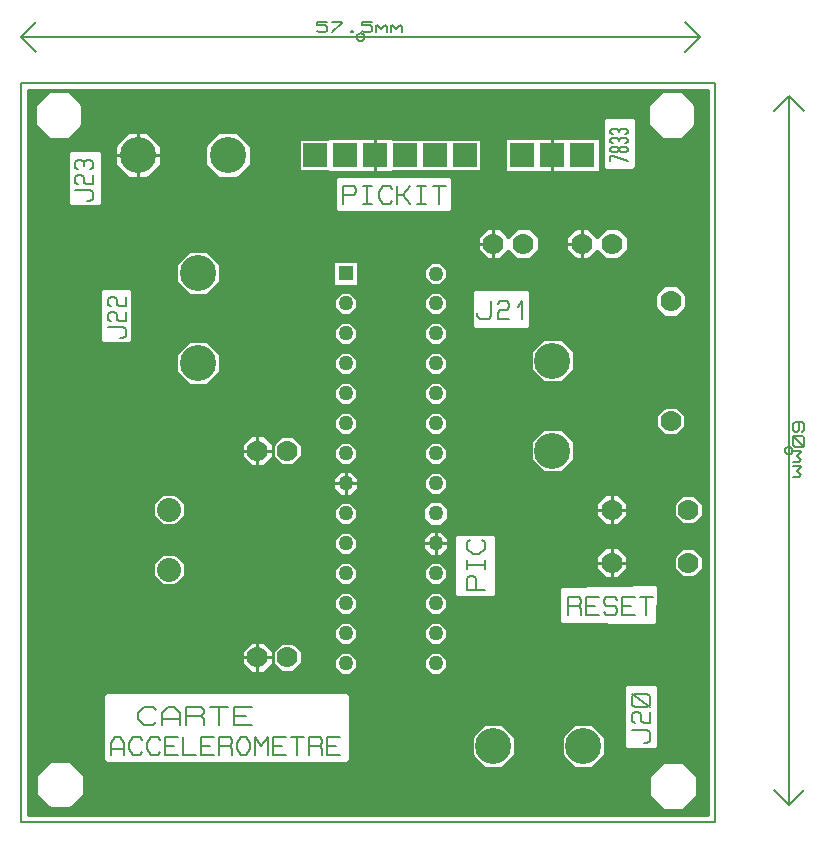
<source format=gbr>
G04 PROTEUS GERBER X2 FILE*
%TF.GenerationSoftware,Labcenter,Proteus,8.12-SP2-Build31155*%
%TF.CreationDate,2022-10-21T14:46:11+00:00*%
%TF.FileFunction,Copper,L1,Top*%
%TF.FilePolarity,Positive*%
%TF.Part,Single*%
%TF.SameCoordinates,{e95fa94a-e835-4d4c-94da-25ea7e6aea94}*%
%FSLAX45Y45*%
%MOMM*%
G01*
%TA.AperFunction,Conductor*%
%ADD10C,0.254000*%
%TA.AperFunction,ComponentPad*%
%ADD11R,1.270000X1.270000*%
%ADD12C,1.270000*%
%TA.AperFunction,ComponentPad*%
%ADD13R,2.032000X2.032000*%
%TA.AperFunction,ComponentPad*%
%ADD14C,1.778000*%
%ADD15C,3.048000*%
%ADD16C,2.032000*%
%TA.AperFunction,Profile*%
%ADD17C,0.203200*%
%TA.AperFunction,NonMaterial*%
%ADD18C,0.203200*%
%TA.AperFunction,NonConductor*%
%ADD19C,0.203200*%
%TD.AperFunction*%
G36*
X+816041Y-1082040D02*
X-4940041Y-1082040D01*
X-4940041Y+5054080D01*
X+816041Y+5054080D01*
X+816041Y-1082040D01*
G37*
%LPC*%
G36*
X-2216980Y-66324D02*
X-2216980Y-623676D01*
X-2236324Y-643020D01*
X-4283676Y-643020D01*
X-4303020Y-623676D01*
X-4303020Y-66324D01*
X-4283676Y-46980D01*
X-2236324Y-46980D01*
X-2216980Y-66324D01*
G37*
G36*
X-976980Y+1273676D02*
X-976980Y+776324D01*
X-996324Y+756980D01*
X-1313676Y+756980D01*
X-1333020Y+776324D01*
X-1333020Y+1273676D01*
X-1313676Y+1293020D01*
X-996324Y+1293020D01*
X-976980Y+1273676D01*
G37*
G36*
X+393503Y+846196D02*
X+382519Y+538643D01*
X+363124Y+520094D01*
X-423885Y+527103D01*
X-443020Y+546410D01*
X-443020Y+836783D01*
X-423978Y+856073D01*
X-410428Y+856249D01*
X+373720Y+866433D01*
X+393503Y+846196D01*
G37*
G36*
X-686980Y+3344676D02*
X-686980Y+3046324D01*
X-706324Y+3026980D01*
X-1163676Y+3026980D01*
X-1183020Y+3046324D01*
X-1183020Y+3344676D01*
X-1163676Y+3364020D01*
X-706324Y+3364020D01*
X-686980Y+3344676D01*
G37*
G36*
X+393020Y+3676D02*
X+393020Y-503676D01*
X+373676Y-523020D01*
X+126324Y-523020D01*
X+106980Y-503676D01*
X+106980Y+3676D01*
X+126324Y+23020D01*
X+373676Y+23020D01*
X+393020Y+3676D01*
G37*
G36*
X+203020Y+4803676D02*
X+203020Y+4396324D01*
X+183676Y+4376980D01*
X-53676Y+4376980D01*
X-73020Y+4396324D01*
X-73020Y+4803676D01*
X-53676Y+4823020D01*
X+183676Y+4823020D01*
X+203020Y+4803676D01*
G37*
G36*
X-1346980Y+4303676D02*
X-1346980Y+4036324D01*
X-1366324Y+4016980D01*
X-2323676Y+4016980D01*
X-2343020Y+4036324D01*
X-2343020Y+4303676D01*
X-2323676Y+4323020D01*
X-1366324Y+4323020D01*
X-1346980Y+4303676D01*
G37*
G36*
X-4316980Y+4523676D02*
X-4316980Y+4086324D01*
X-4336324Y+4066980D01*
X-4583676Y+4066980D01*
X-4603020Y+4086324D01*
X-4603020Y+4523676D01*
X-4583676Y+4543020D01*
X-4336324Y+4543020D01*
X-4316980Y+4523676D01*
G37*
G36*
X-4056980Y+3353676D02*
X-4056980Y+2926324D01*
X-4076324Y+2906980D01*
X-4313676Y+2906980D01*
X-4333020Y+2926324D01*
X-4333020Y+3353676D01*
X-4313676Y+3373020D01*
X-4076324Y+3373020D01*
X-4056980Y+3353676D01*
G37*
G36*
X-4880799Y+4756826D02*
X-4880799Y+4923174D01*
X-4763174Y+5040799D01*
X-4596826Y+5040799D01*
X-4479201Y+4923174D01*
X-4479201Y+4756826D01*
X-4596826Y+4639201D01*
X-4763174Y+4639201D01*
X-4880799Y+4756826D01*
G37*
G36*
X+309201Y+4756826D02*
X+309201Y+4923174D01*
X+426826Y+5040799D01*
X+593174Y+5040799D01*
X+710799Y+4923174D01*
X+710799Y+4756826D01*
X+593174Y+4639201D01*
X+426826Y+4639201D01*
X+309201Y+4756826D01*
G37*
G36*
X+319201Y-923174D02*
X+319201Y-756826D01*
X+436826Y-639201D01*
X+603174Y-639201D01*
X+720799Y-756826D01*
X+720799Y-923174D01*
X+603174Y-1040799D01*
X+436826Y-1040799D01*
X+319201Y-923174D01*
G37*
G36*
X-4870799Y-913174D02*
X-4870799Y-746826D01*
X-4753174Y-629201D01*
X-4586826Y-629201D01*
X-4469201Y-746826D01*
X-4469201Y-913174D01*
X-4586826Y-1030799D01*
X-4753174Y-1030799D01*
X-4870799Y-913174D01*
G37*
G36*
X-2354139Y+3604139D02*
X-2145861Y+3604139D01*
X-2145861Y+3395861D01*
X-2354139Y+3395861D01*
X-2354139Y+3604139D01*
G37*
G36*
X-2346519Y+3206021D02*
X-2346519Y+3285979D01*
X-2289979Y+3342519D01*
X-2210021Y+3342519D01*
X-2153481Y+3285979D01*
X-2153481Y+3206021D01*
X-2210021Y+3149481D01*
X-2289979Y+3149481D01*
X-2346519Y+3206021D01*
G37*
G36*
X-2346519Y+2952021D02*
X-2346519Y+3031979D01*
X-2289979Y+3088519D01*
X-2210021Y+3088519D01*
X-2153481Y+3031979D01*
X-2153481Y+2952021D01*
X-2210021Y+2895481D01*
X-2289979Y+2895481D01*
X-2346519Y+2952021D01*
G37*
G36*
X-2346519Y+2698021D02*
X-2346519Y+2777979D01*
X-2289979Y+2834519D01*
X-2210021Y+2834519D01*
X-2153481Y+2777979D01*
X-2153481Y+2698021D01*
X-2210021Y+2641481D01*
X-2289979Y+2641481D01*
X-2346519Y+2698021D01*
G37*
G36*
X-2346519Y+2444021D02*
X-2346519Y+2523979D01*
X-2289979Y+2580519D01*
X-2210021Y+2580519D01*
X-2153481Y+2523979D01*
X-2153481Y+2444021D01*
X-2210021Y+2387481D01*
X-2289979Y+2387481D01*
X-2346519Y+2444021D01*
G37*
G36*
X-2346519Y+2190021D02*
X-2346519Y+2269979D01*
X-2289979Y+2326519D01*
X-2210021Y+2326519D01*
X-2153481Y+2269979D01*
X-2153481Y+2190021D01*
X-2210021Y+2133481D01*
X-2289979Y+2133481D01*
X-2346519Y+2190021D01*
G37*
G36*
X-2346519Y+1936021D02*
X-2346519Y+2015979D01*
X-2289979Y+2072519D01*
X-2210021Y+2072519D01*
X-2153481Y+2015979D01*
X-2153481Y+1936021D01*
X-2210021Y+1879481D01*
X-2289979Y+1879481D01*
X-2346519Y+1936021D01*
G37*
G36*
X-2356679Y+1677812D02*
X-2356679Y+1766188D01*
X-2294188Y+1828679D01*
X-2205812Y+1828679D01*
X-2143321Y+1766188D01*
X-2143321Y+1677812D01*
X-2205812Y+1615321D01*
X-2294188Y+1615321D01*
X-2356679Y+1677812D01*
G37*
G36*
X-2346519Y+1428021D02*
X-2346519Y+1507979D01*
X-2289979Y+1564519D01*
X-2210021Y+1564519D01*
X-2153481Y+1507979D01*
X-2153481Y+1428021D01*
X-2210021Y+1371481D01*
X-2289979Y+1371481D01*
X-2346519Y+1428021D01*
G37*
G36*
X-2346519Y+1174021D02*
X-2346519Y+1253979D01*
X-2289979Y+1310519D01*
X-2210021Y+1310519D01*
X-2153481Y+1253979D01*
X-2153481Y+1174021D01*
X-2210021Y+1117481D01*
X-2289979Y+1117481D01*
X-2346519Y+1174021D01*
G37*
G36*
X-2346519Y+920021D02*
X-2346519Y+999979D01*
X-2289979Y+1056519D01*
X-2210021Y+1056519D01*
X-2153481Y+999979D01*
X-2153481Y+920021D01*
X-2210021Y+863481D01*
X-2289979Y+863481D01*
X-2346519Y+920021D01*
G37*
G36*
X-2346519Y+666021D02*
X-2346519Y+745979D01*
X-2289979Y+802519D01*
X-2210021Y+802519D01*
X-2153481Y+745979D01*
X-2153481Y+666021D01*
X-2210021Y+609481D01*
X-2289979Y+609481D01*
X-2346519Y+666021D01*
G37*
G36*
X-2346519Y+412021D02*
X-2346519Y+491979D01*
X-2289979Y+548519D01*
X-2210021Y+548519D01*
X-2153481Y+491979D01*
X-2153481Y+412021D01*
X-2210021Y+355481D01*
X-2289979Y+355481D01*
X-2346519Y+412021D01*
G37*
G36*
X-2346519Y+158021D02*
X-2346519Y+237979D01*
X-2289979Y+294519D01*
X-2210021Y+294519D01*
X-2153481Y+237979D01*
X-2153481Y+158021D01*
X-2210021Y+101481D01*
X-2289979Y+101481D01*
X-2346519Y+158021D01*
G37*
G36*
X-1584519Y+158021D02*
X-1584519Y+237979D01*
X-1527979Y+294519D01*
X-1448021Y+294519D01*
X-1391481Y+237979D01*
X-1391481Y+158021D01*
X-1448021Y+101481D01*
X-1527979Y+101481D01*
X-1584519Y+158021D01*
G37*
G36*
X-1584519Y+412021D02*
X-1584519Y+491979D01*
X-1527979Y+548519D01*
X-1448021Y+548519D01*
X-1391481Y+491979D01*
X-1391481Y+412021D01*
X-1448021Y+355481D01*
X-1527979Y+355481D01*
X-1584519Y+412021D01*
G37*
G36*
X-1584519Y+666021D02*
X-1584519Y+745979D01*
X-1527979Y+802519D01*
X-1448021Y+802519D01*
X-1391481Y+745979D01*
X-1391481Y+666021D01*
X-1448021Y+609481D01*
X-1527979Y+609481D01*
X-1584519Y+666021D01*
G37*
G36*
X-1584519Y+920021D02*
X-1584519Y+999979D01*
X-1527979Y+1056519D01*
X-1448021Y+1056519D01*
X-1391481Y+999979D01*
X-1391481Y+920021D01*
X-1448021Y+863481D01*
X-1527979Y+863481D01*
X-1584519Y+920021D01*
G37*
G36*
X-1594679Y+1169812D02*
X-1594679Y+1258188D01*
X-1532188Y+1320679D01*
X-1443812Y+1320679D01*
X-1381321Y+1258188D01*
X-1381321Y+1169812D01*
X-1443812Y+1107321D01*
X-1532188Y+1107321D01*
X-1594679Y+1169812D01*
G37*
G36*
X-1594679Y+1423812D02*
X-1594679Y+1512188D01*
X-1532188Y+1574679D01*
X-1443812Y+1574679D01*
X-1381321Y+1512188D01*
X-1381321Y+1423812D01*
X-1443812Y+1361321D01*
X-1532188Y+1361321D01*
X-1594679Y+1423812D01*
G37*
G36*
X-1584519Y+1682021D02*
X-1584519Y+1761979D01*
X-1527979Y+1818519D01*
X-1448021Y+1818519D01*
X-1391481Y+1761979D01*
X-1391481Y+1682021D01*
X-1448021Y+1625481D01*
X-1527979Y+1625481D01*
X-1584519Y+1682021D01*
G37*
G36*
X-1584519Y+1936021D02*
X-1584519Y+2015979D01*
X-1527979Y+2072519D01*
X-1448021Y+2072519D01*
X-1391481Y+2015979D01*
X-1391481Y+1936021D01*
X-1448021Y+1879481D01*
X-1527979Y+1879481D01*
X-1584519Y+1936021D01*
G37*
G36*
X-1584519Y+2190021D02*
X-1584519Y+2269979D01*
X-1527979Y+2326519D01*
X-1448021Y+2326519D01*
X-1391481Y+2269979D01*
X-1391481Y+2190021D01*
X-1448021Y+2133481D01*
X-1527979Y+2133481D01*
X-1584519Y+2190021D01*
G37*
G36*
X-1584519Y+2444021D02*
X-1584519Y+2523979D01*
X-1527979Y+2580519D01*
X-1448021Y+2580519D01*
X-1391481Y+2523979D01*
X-1391481Y+2444021D01*
X-1448021Y+2387481D01*
X-1527979Y+2387481D01*
X-1584519Y+2444021D01*
G37*
G36*
X-1584519Y+2698021D02*
X-1584519Y+2777979D01*
X-1527979Y+2834519D01*
X-1448021Y+2834519D01*
X-1391481Y+2777979D01*
X-1391481Y+2698021D01*
X-1448021Y+2641481D01*
X-1527979Y+2641481D01*
X-1584519Y+2698021D01*
G37*
G36*
X-1584519Y+2952021D02*
X-1584519Y+3031979D01*
X-1527979Y+3088519D01*
X-1448021Y+3088519D01*
X-1391481Y+3031979D01*
X-1391481Y+2952021D01*
X-1448021Y+2895481D01*
X-1527979Y+2895481D01*
X-1584519Y+2952021D01*
G37*
G36*
X-1584519Y+3206021D02*
X-1584519Y+3285979D01*
X-1527979Y+3342519D01*
X-1448021Y+3342519D01*
X-1391481Y+3285979D01*
X-1391481Y+3206021D01*
X-1448021Y+3149481D01*
X-1527979Y+3149481D01*
X-1584519Y+3206021D01*
G37*
G36*
X-1584519Y+3458021D02*
X-1584519Y+3537979D01*
X-1527979Y+3594519D01*
X-1448021Y+3594519D01*
X-1391481Y+3537979D01*
X-1391481Y+3458021D01*
X-1448021Y+3401481D01*
X-1527979Y+3401481D01*
X-1584519Y+3458021D01*
G37*
G36*
X-101221Y+4355221D02*
X-898779Y+4355221D01*
X-898779Y+4644779D01*
X-101221Y+4644779D01*
X-101221Y+4355221D01*
G37*
G36*
X-613921Y+3804709D02*
X-613921Y+3695291D01*
X-691291Y+3617921D01*
X-800709Y+3617921D01*
X-873000Y+3690212D01*
X-945291Y+3617921D01*
X-1054709Y+3617921D01*
X-1132079Y+3695291D01*
X-1132079Y+3804709D01*
X-1054709Y+3882079D01*
X-945291Y+3882079D01*
X-873000Y+3809788D01*
X-800709Y+3882079D01*
X-691291Y+3882079D01*
X-613921Y+3804709D01*
G37*
G36*
X+136079Y+3804709D02*
X+136079Y+3695291D01*
X+58709Y+3617921D01*
X-50709Y+3617921D01*
X-123000Y+3690212D01*
X-195291Y+3617921D01*
X-304709Y+3617921D01*
X-382079Y+3695291D01*
X-382079Y+3804709D01*
X-304709Y+3882079D01*
X-195291Y+3882079D01*
X-123000Y+3809788D01*
X-50709Y+3882079D01*
X+58709Y+3882079D01*
X+136079Y+3804709D01*
G37*
G36*
X+550501Y+2128081D02*
X+449499Y+2128081D01*
X+378081Y+2199499D01*
X+378081Y+2300501D01*
X+449499Y+2371919D01*
X+550501Y+2371919D01*
X+621919Y+2300501D01*
X+621919Y+2199499D01*
X+550501Y+2128081D01*
G37*
G36*
X+554709Y+3133921D02*
X+445291Y+3133921D01*
X+367921Y+3211291D01*
X+367921Y+3320709D01*
X+445291Y+3398079D01*
X+554709Y+3398079D01*
X+632079Y+3320709D01*
X+632079Y+3211291D01*
X+554709Y+3133921D01*
G37*
G36*
X-132079Y+1445291D02*
X-132079Y+1554709D01*
X-54709Y+1632079D01*
X+54709Y+1632079D01*
X+132079Y+1554709D01*
X+132079Y+1445291D01*
X+54709Y+1367921D01*
X-54709Y+1367921D01*
X-132079Y+1445291D01*
G37*
G36*
X+528081Y+1449499D02*
X+528081Y+1550501D01*
X+599499Y+1621919D01*
X+700501Y+1621919D01*
X+771919Y+1550501D01*
X+771919Y+1449499D01*
X+700501Y+1378081D01*
X+599499Y+1378081D01*
X+528081Y+1449499D01*
G37*
G36*
X+528081Y+999499D02*
X+528081Y+1100501D01*
X+599499Y+1171919D01*
X+700501Y+1171919D01*
X+771919Y+1100501D01*
X+771919Y+999499D01*
X+700501Y+928081D01*
X+599499Y+928081D01*
X+528081Y+999499D01*
G37*
G36*
X-132079Y+995291D02*
X-132079Y+1104709D01*
X-54709Y+1182079D01*
X+54709Y+1182079D01*
X+132079Y+1104709D01*
X+132079Y+995291D01*
X+54709Y+917921D01*
X-54709Y+917921D01*
X-132079Y+995291D01*
G37*
G36*
X-1855221Y+4634619D02*
X-1103381Y+4634619D01*
X-1103381Y+4365381D01*
X-1855221Y+4365381D01*
X-1855221Y+4355221D01*
X-2398779Y+4355221D01*
X-2398779Y+4365381D01*
X-2642619Y+4365381D01*
X-2642619Y+4634619D01*
X-2398779Y+4634619D01*
X-2398779Y+4644779D01*
X-1855221Y+4644779D01*
X-1855221Y+4634619D01*
G37*
G36*
X-3314581Y+3576803D02*
X-3314581Y+3423197D01*
X-3423197Y+3314581D01*
X-3576803Y+3314581D01*
X-3685419Y+3423197D01*
X-3685419Y+3576803D01*
X-3576803Y+3685419D01*
X-3423197Y+3685419D01*
X-3314581Y+3576803D01*
G37*
G36*
X-3314581Y+2814803D02*
X-3314581Y+2661197D01*
X-3423197Y+2552581D01*
X-3576803Y+2552581D01*
X-3685419Y+2661197D01*
X-3685419Y+2814803D01*
X-3576803Y+2923419D01*
X-3423197Y+2923419D01*
X-3314581Y+2814803D01*
G37*
G36*
X-3805761Y+1634619D02*
X-3694239Y+1634619D01*
X-3615381Y+1555761D01*
X-3615381Y+1444239D01*
X-3694239Y+1365381D01*
X-3805761Y+1365381D01*
X-3884619Y+1444239D01*
X-3884619Y+1555761D01*
X-3805761Y+1634619D01*
G37*
G36*
X-3805761Y+1126619D02*
X-3694239Y+1126619D01*
X-3615381Y+1047761D01*
X-3615381Y+936239D01*
X-3694239Y+857381D01*
X-3805761Y+857381D01*
X-3884619Y+936239D01*
X-3884619Y+1047761D01*
X-3805761Y+1126619D01*
G37*
G36*
X-3132079Y+1945291D02*
X-3132079Y+2054709D01*
X-3054709Y+2132079D01*
X-2945291Y+2132079D01*
X-2867921Y+2054709D01*
X-2867921Y+1945291D01*
X-2945291Y+1867921D01*
X-3054709Y+1867921D01*
X-3132079Y+1945291D01*
G37*
G36*
X-2867919Y+1949499D02*
X-2867919Y+2050501D01*
X-2796501Y+2121919D01*
X-2695499Y+2121919D01*
X-2624081Y+2050501D01*
X-2624081Y+1949499D01*
X-2695499Y+1878081D01*
X-2796501Y+1878081D01*
X-2867919Y+1949499D01*
G37*
G36*
X-3132079Y+195291D02*
X-3132079Y+304709D01*
X-3054709Y+382079D01*
X-2945291Y+382079D01*
X-2867921Y+304709D01*
X-2867921Y+195291D01*
X-2945291Y+117921D01*
X-3054709Y+117921D01*
X-3132079Y+195291D01*
G37*
G36*
X-2867919Y+199499D02*
X-2867919Y+300501D01*
X-2796501Y+371919D01*
X-2695499Y+371919D01*
X-2624081Y+300501D01*
X-2624081Y+199499D01*
X-2695499Y+128081D01*
X-2796501Y+128081D01*
X-2867919Y+199499D01*
G37*
G36*
X-1076803Y-314581D02*
X-923197Y-314581D01*
X-814581Y-423197D01*
X-814581Y-576803D01*
X-923197Y-685419D01*
X-1076803Y-685419D01*
X-1185419Y-576803D01*
X-1185419Y-423197D01*
X-1076803Y-314581D01*
G37*
G36*
X-314803Y-314581D02*
X-161197Y-314581D01*
X-52581Y-423197D01*
X-52581Y-576803D01*
X-161197Y-685419D01*
X-314803Y-685419D01*
X-423419Y-576803D01*
X-423419Y-423197D01*
X-314803Y-314581D01*
G37*
G36*
X-3168989Y+4304421D02*
X-3331011Y+4304421D01*
X-3445579Y+4418989D01*
X-3445579Y+4581011D01*
X-3331011Y+4695579D01*
X-3168989Y+4695579D01*
X-3054421Y+4581011D01*
X-3054421Y+4418989D01*
X-3168989Y+4304421D01*
G37*
G36*
X-3930989Y+4304421D02*
X-4093011Y+4304421D01*
X-4207579Y+4418989D01*
X-4207579Y+4581011D01*
X-4093011Y+4695579D01*
X-3930989Y+4695579D01*
X-3816421Y+4581011D01*
X-3816421Y+4418989D01*
X-3930989Y+4304421D01*
G37*
G36*
X-685419Y+1923197D02*
X-685419Y+2076803D01*
X-576803Y+2185419D01*
X-423197Y+2185419D01*
X-314581Y+2076803D01*
X-314581Y+1923197D01*
X-423197Y+1814581D01*
X-576803Y+1814581D01*
X-685419Y+1923197D01*
G37*
G36*
X-685419Y+2685197D02*
X-685419Y+2838803D01*
X-576803Y+2947419D01*
X-423197Y+2947419D01*
X-314581Y+2838803D01*
X-314581Y+2685197D01*
X-423197Y+2576581D01*
X-576803Y+2576581D01*
X-685419Y+2685197D01*
G37*
%LPD*%
D10*
X+816041Y-1082040D02*
X-4940041Y-1082040D01*
X-4940041Y+5054080D01*
X+816041Y+5054080D01*
X+816041Y-1082040D01*
X-2216980Y-66324D02*
X-2216980Y-623676D01*
X-2236324Y-643020D01*
X-4283676Y-643020D01*
X-4303020Y-623676D01*
X-4303020Y-66324D01*
X-4283676Y-46980D01*
X-2236324Y-46980D01*
X-2216980Y-66324D01*
X-976980Y+1273676D02*
X-976980Y+776324D01*
X-996324Y+756980D01*
X-1313676Y+756980D01*
X-1333020Y+776324D01*
X-1333020Y+1273676D01*
X-1313676Y+1293020D01*
X-996324Y+1293020D01*
X-976980Y+1273676D01*
X+393503Y+846196D02*
X+382519Y+538643D01*
X+363124Y+520094D01*
X-423885Y+527103D01*
X-443020Y+546410D01*
X-443020Y+836783D01*
X-423978Y+856073D01*
X-410428Y+856249D01*
X+373720Y+866433D01*
X+393503Y+846196D01*
X-686980Y+3344676D02*
X-686980Y+3046324D01*
X-706324Y+3026980D01*
X-1163676Y+3026980D01*
X-1183020Y+3046324D01*
X-1183020Y+3344676D01*
X-1163676Y+3364020D01*
X-706324Y+3364020D01*
X-686980Y+3344676D01*
X+393020Y+3676D02*
X+393020Y-503676D01*
X+373676Y-523020D01*
X+126324Y-523020D01*
X+106980Y-503676D01*
X+106980Y+3676D01*
X+126324Y+23020D01*
X+373676Y+23020D01*
X+393020Y+3676D01*
X+203020Y+4803676D02*
X+203020Y+4396324D01*
X+183676Y+4376980D01*
X-53676Y+4376980D01*
X-73020Y+4396324D01*
X-73020Y+4803676D01*
X-53676Y+4823020D01*
X+183676Y+4823020D01*
X+203020Y+4803676D01*
X-1346980Y+4303676D02*
X-1346980Y+4036324D01*
X-1366324Y+4016980D01*
X-2323676Y+4016980D01*
X-2343020Y+4036324D01*
X-2343020Y+4303676D01*
X-2323676Y+4323020D01*
X-1366324Y+4323020D01*
X-1346980Y+4303676D01*
X-4316980Y+4523676D02*
X-4316980Y+4086324D01*
X-4336324Y+4066980D01*
X-4583676Y+4066980D01*
X-4603020Y+4086324D01*
X-4603020Y+4523676D01*
X-4583676Y+4543020D01*
X-4336324Y+4543020D01*
X-4316980Y+4523676D01*
X-4056980Y+3353676D02*
X-4056980Y+2926324D01*
X-4076324Y+2906980D01*
X-4313676Y+2906980D01*
X-4333020Y+2926324D01*
X-4333020Y+3353676D01*
X-4313676Y+3373020D01*
X-4076324Y+3373020D01*
X-4056980Y+3353676D01*
X-4880799Y+4756826D02*
X-4880799Y+4923174D01*
X-4763174Y+5040799D01*
X-4596826Y+5040799D01*
X-4479201Y+4923174D01*
X-4479201Y+4756826D01*
X-4596826Y+4639201D01*
X-4763174Y+4639201D01*
X-4880799Y+4756826D01*
X+309201Y+4756826D02*
X+309201Y+4923174D01*
X+426826Y+5040799D01*
X+593174Y+5040799D01*
X+710799Y+4923174D01*
X+710799Y+4756826D01*
X+593174Y+4639201D01*
X+426826Y+4639201D01*
X+309201Y+4756826D01*
X+319201Y-923174D02*
X+319201Y-756826D01*
X+436826Y-639201D01*
X+603174Y-639201D01*
X+720799Y-756826D01*
X+720799Y-923174D01*
X+603174Y-1040799D01*
X+436826Y-1040799D01*
X+319201Y-923174D01*
X-4870799Y-913174D02*
X-4870799Y-746826D01*
X-4753174Y-629201D01*
X-4586826Y-629201D01*
X-4469201Y-746826D01*
X-4469201Y-913174D01*
X-4586826Y-1030799D01*
X-4753174Y-1030799D01*
X-4870799Y-913174D01*
X-2354139Y+3604139D02*
X-2145861Y+3604139D01*
X-2145861Y+3395861D01*
X-2354139Y+3395861D01*
X-2354139Y+3604139D01*
X-2346519Y+3206021D02*
X-2346519Y+3285979D01*
X-2289979Y+3342519D01*
X-2210021Y+3342519D01*
X-2153481Y+3285979D01*
X-2153481Y+3206021D01*
X-2210021Y+3149481D01*
X-2289979Y+3149481D01*
X-2346519Y+3206021D01*
X-2346519Y+2952021D02*
X-2346519Y+3031979D01*
X-2289979Y+3088519D01*
X-2210021Y+3088519D01*
X-2153481Y+3031979D01*
X-2153481Y+2952021D01*
X-2210021Y+2895481D01*
X-2289979Y+2895481D01*
X-2346519Y+2952021D01*
X-2346519Y+2698021D02*
X-2346519Y+2777979D01*
X-2289979Y+2834519D01*
X-2210021Y+2834519D01*
X-2153481Y+2777979D01*
X-2153481Y+2698021D01*
X-2210021Y+2641481D01*
X-2289979Y+2641481D01*
X-2346519Y+2698021D01*
X-2346519Y+2444021D02*
X-2346519Y+2523979D01*
X-2289979Y+2580519D01*
X-2210021Y+2580519D01*
X-2153481Y+2523979D01*
X-2153481Y+2444021D01*
X-2210021Y+2387481D01*
X-2289979Y+2387481D01*
X-2346519Y+2444021D01*
X-2346519Y+2190021D02*
X-2346519Y+2269979D01*
X-2289979Y+2326519D01*
X-2210021Y+2326519D01*
X-2153481Y+2269979D01*
X-2153481Y+2190021D01*
X-2210021Y+2133481D01*
X-2289979Y+2133481D01*
X-2346519Y+2190021D01*
X-2346519Y+1936021D02*
X-2346519Y+2015979D01*
X-2289979Y+2072519D01*
X-2210021Y+2072519D01*
X-2153481Y+2015979D01*
X-2153481Y+1936021D01*
X-2210021Y+1879481D01*
X-2289979Y+1879481D01*
X-2346519Y+1936021D01*
X-2356679Y+1677812D02*
X-2356679Y+1766188D01*
X-2294188Y+1828679D01*
X-2205812Y+1828679D01*
X-2143321Y+1766188D01*
X-2143321Y+1677812D01*
X-2205812Y+1615321D01*
X-2294188Y+1615321D01*
X-2356679Y+1677812D01*
X-2346519Y+1428021D02*
X-2346519Y+1507979D01*
X-2289979Y+1564519D01*
X-2210021Y+1564519D01*
X-2153481Y+1507979D01*
X-2153481Y+1428021D01*
X-2210021Y+1371481D01*
X-2289979Y+1371481D01*
X-2346519Y+1428021D01*
X-2346519Y+1174021D02*
X-2346519Y+1253979D01*
X-2289979Y+1310519D01*
X-2210021Y+1310519D01*
X-2153481Y+1253979D01*
X-2153481Y+1174021D01*
X-2210021Y+1117481D01*
X-2289979Y+1117481D01*
X-2346519Y+1174021D01*
X-2346519Y+920021D02*
X-2346519Y+999979D01*
X-2289979Y+1056519D01*
X-2210021Y+1056519D01*
X-2153481Y+999979D01*
X-2153481Y+920021D01*
X-2210021Y+863481D01*
X-2289979Y+863481D01*
X-2346519Y+920021D01*
X-2346519Y+666021D02*
X-2346519Y+745979D01*
X-2289979Y+802519D01*
X-2210021Y+802519D01*
X-2153481Y+745979D01*
X-2153481Y+666021D01*
X-2210021Y+609481D01*
X-2289979Y+609481D01*
X-2346519Y+666021D01*
X-2346519Y+412021D02*
X-2346519Y+491979D01*
X-2289979Y+548519D01*
X-2210021Y+548519D01*
X-2153481Y+491979D01*
X-2153481Y+412021D01*
X-2210021Y+355481D01*
X-2289979Y+355481D01*
X-2346519Y+412021D01*
X-2346519Y+158021D02*
X-2346519Y+237979D01*
X-2289979Y+294519D01*
X-2210021Y+294519D01*
X-2153481Y+237979D01*
X-2153481Y+158021D01*
X-2210021Y+101481D01*
X-2289979Y+101481D01*
X-2346519Y+158021D01*
X-1584519Y+158021D02*
X-1584519Y+237979D01*
X-1527979Y+294519D01*
X-1448021Y+294519D01*
X-1391481Y+237979D01*
X-1391481Y+158021D01*
X-1448021Y+101481D01*
X-1527979Y+101481D01*
X-1584519Y+158021D01*
X-1584519Y+412021D02*
X-1584519Y+491979D01*
X-1527979Y+548519D01*
X-1448021Y+548519D01*
X-1391481Y+491979D01*
X-1391481Y+412021D01*
X-1448021Y+355481D01*
X-1527979Y+355481D01*
X-1584519Y+412021D01*
X-1584519Y+666021D02*
X-1584519Y+745979D01*
X-1527979Y+802519D01*
X-1448021Y+802519D01*
X-1391481Y+745979D01*
X-1391481Y+666021D01*
X-1448021Y+609481D01*
X-1527979Y+609481D01*
X-1584519Y+666021D01*
X-1584519Y+920021D02*
X-1584519Y+999979D01*
X-1527979Y+1056519D01*
X-1448021Y+1056519D01*
X-1391481Y+999979D01*
X-1391481Y+920021D01*
X-1448021Y+863481D01*
X-1527979Y+863481D01*
X-1584519Y+920021D01*
X-1594679Y+1169812D02*
X-1594679Y+1258188D01*
X-1532188Y+1320679D01*
X-1443812Y+1320679D01*
X-1381321Y+1258188D01*
X-1381321Y+1169812D01*
X-1443812Y+1107321D01*
X-1532188Y+1107321D01*
X-1594679Y+1169812D01*
X-1594679Y+1423812D02*
X-1594679Y+1512188D01*
X-1532188Y+1574679D01*
X-1443812Y+1574679D01*
X-1381321Y+1512188D01*
X-1381321Y+1423812D01*
X-1443812Y+1361321D01*
X-1532188Y+1361321D01*
X-1594679Y+1423812D01*
X-1584519Y+1682021D02*
X-1584519Y+1761979D01*
X-1527979Y+1818519D01*
X-1448021Y+1818519D01*
X-1391481Y+1761979D01*
X-1391481Y+1682021D01*
X-1448021Y+1625481D01*
X-1527979Y+1625481D01*
X-1584519Y+1682021D01*
X-1584519Y+1936021D02*
X-1584519Y+2015979D01*
X-1527979Y+2072519D01*
X-1448021Y+2072519D01*
X-1391481Y+2015979D01*
X-1391481Y+1936021D01*
X-1448021Y+1879481D01*
X-1527979Y+1879481D01*
X-1584519Y+1936021D01*
X-1584519Y+2190021D02*
X-1584519Y+2269979D01*
X-1527979Y+2326519D01*
X-1448021Y+2326519D01*
X-1391481Y+2269979D01*
X-1391481Y+2190021D01*
X-1448021Y+2133481D01*
X-1527979Y+2133481D01*
X-1584519Y+2190021D01*
X-1584519Y+2444021D02*
X-1584519Y+2523979D01*
X-1527979Y+2580519D01*
X-1448021Y+2580519D01*
X-1391481Y+2523979D01*
X-1391481Y+2444021D01*
X-1448021Y+2387481D01*
X-1527979Y+2387481D01*
X-1584519Y+2444021D01*
X-1584519Y+2698021D02*
X-1584519Y+2777979D01*
X-1527979Y+2834519D01*
X-1448021Y+2834519D01*
X-1391481Y+2777979D01*
X-1391481Y+2698021D01*
X-1448021Y+2641481D01*
X-1527979Y+2641481D01*
X-1584519Y+2698021D01*
X-1584519Y+2952021D02*
X-1584519Y+3031979D01*
X-1527979Y+3088519D01*
X-1448021Y+3088519D01*
X-1391481Y+3031979D01*
X-1391481Y+2952021D01*
X-1448021Y+2895481D01*
X-1527979Y+2895481D01*
X-1584519Y+2952021D01*
X-1584519Y+3206021D02*
X-1584519Y+3285979D01*
X-1527979Y+3342519D01*
X-1448021Y+3342519D01*
X-1391481Y+3285979D01*
X-1391481Y+3206021D01*
X-1448021Y+3149481D01*
X-1527979Y+3149481D01*
X-1584519Y+3206021D01*
X-1584519Y+3458021D02*
X-1584519Y+3537979D01*
X-1527979Y+3594519D01*
X-1448021Y+3594519D01*
X-1391481Y+3537979D01*
X-1391481Y+3458021D01*
X-1448021Y+3401481D01*
X-1527979Y+3401481D01*
X-1584519Y+3458021D01*
X-101221Y+4355221D02*
X-898779Y+4355221D01*
X-898779Y+4644779D01*
X-101221Y+4644779D01*
X-101221Y+4355221D01*
X-613921Y+3804709D02*
X-613921Y+3695291D01*
X-691291Y+3617921D01*
X-800709Y+3617921D01*
X-873000Y+3690212D01*
X-945291Y+3617921D01*
X-1054709Y+3617921D01*
X-1132079Y+3695291D01*
X-1132079Y+3804709D01*
X-1054709Y+3882079D01*
X-945291Y+3882079D01*
X-873000Y+3809788D01*
X-800709Y+3882079D01*
X-691291Y+3882079D01*
X-613921Y+3804709D01*
X+136079Y+3804709D02*
X+136079Y+3695291D01*
X+58709Y+3617921D01*
X-50709Y+3617921D01*
X-123000Y+3690212D01*
X-195291Y+3617921D01*
X-304709Y+3617921D01*
X-382079Y+3695291D01*
X-382079Y+3804709D01*
X-304709Y+3882079D01*
X-195291Y+3882079D01*
X-123000Y+3809788D01*
X-50709Y+3882079D01*
X+58709Y+3882079D01*
X+136079Y+3804709D01*
X+550501Y+2128081D02*
X+449499Y+2128081D01*
X+378081Y+2199499D01*
X+378081Y+2300501D01*
X+449499Y+2371919D01*
X+550501Y+2371919D01*
X+621919Y+2300501D01*
X+621919Y+2199499D01*
X+550501Y+2128081D01*
X+554709Y+3133921D02*
X+445291Y+3133921D01*
X+367921Y+3211291D01*
X+367921Y+3320709D01*
X+445291Y+3398079D01*
X+554709Y+3398079D01*
X+632079Y+3320709D01*
X+632079Y+3211291D01*
X+554709Y+3133921D01*
X-132079Y+1445291D02*
X-132079Y+1554709D01*
X-54709Y+1632079D01*
X+54709Y+1632079D01*
X+132079Y+1554709D01*
X+132079Y+1445291D01*
X+54709Y+1367921D01*
X-54709Y+1367921D01*
X-132079Y+1445291D01*
X+528081Y+1449499D02*
X+528081Y+1550501D01*
X+599499Y+1621919D01*
X+700501Y+1621919D01*
X+771919Y+1550501D01*
X+771919Y+1449499D01*
X+700501Y+1378081D01*
X+599499Y+1378081D01*
X+528081Y+1449499D01*
X+528081Y+999499D02*
X+528081Y+1100501D01*
X+599499Y+1171919D01*
X+700501Y+1171919D01*
X+771919Y+1100501D01*
X+771919Y+999499D01*
X+700501Y+928081D01*
X+599499Y+928081D01*
X+528081Y+999499D01*
X-132079Y+995291D02*
X-132079Y+1104709D01*
X-54709Y+1182079D01*
X+54709Y+1182079D01*
X+132079Y+1104709D01*
X+132079Y+995291D01*
X+54709Y+917921D01*
X-54709Y+917921D01*
X-132079Y+995291D01*
X-1855221Y+4634619D02*
X-1103381Y+4634619D01*
X-1103381Y+4365381D01*
X-1855221Y+4365381D01*
X-1855221Y+4355221D01*
X-2398779Y+4355221D01*
X-2398779Y+4365381D01*
X-2642619Y+4365381D01*
X-2642619Y+4634619D01*
X-2398779Y+4634619D01*
X-2398779Y+4644779D01*
X-1855221Y+4644779D01*
X-1855221Y+4634619D01*
X-3314581Y+3576803D02*
X-3314581Y+3423197D01*
X-3423197Y+3314581D01*
X-3576803Y+3314581D01*
X-3685419Y+3423197D01*
X-3685419Y+3576803D01*
X-3576803Y+3685419D01*
X-3423197Y+3685419D01*
X-3314581Y+3576803D01*
X-3314581Y+2814803D02*
X-3314581Y+2661197D01*
X-3423197Y+2552581D01*
X-3576803Y+2552581D01*
X-3685419Y+2661197D01*
X-3685419Y+2814803D01*
X-3576803Y+2923419D01*
X-3423197Y+2923419D01*
X-3314581Y+2814803D01*
X-3805761Y+1634619D02*
X-3694239Y+1634619D01*
X-3615381Y+1555761D01*
X-3615381Y+1444239D01*
X-3694239Y+1365381D01*
X-3805761Y+1365381D01*
X-3884619Y+1444239D01*
X-3884619Y+1555761D01*
X-3805761Y+1634619D01*
X-3805761Y+1126619D02*
X-3694239Y+1126619D01*
X-3615381Y+1047761D01*
X-3615381Y+936239D01*
X-3694239Y+857381D01*
X-3805761Y+857381D01*
X-3884619Y+936239D01*
X-3884619Y+1047761D01*
X-3805761Y+1126619D01*
X-3132079Y+1945291D02*
X-3132079Y+2054709D01*
X-3054709Y+2132079D01*
X-2945291Y+2132079D01*
X-2867921Y+2054709D01*
X-2867921Y+1945291D01*
X-2945291Y+1867921D01*
X-3054709Y+1867921D01*
X-3132079Y+1945291D01*
X-2867919Y+1949499D02*
X-2867919Y+2050501D01*
X-2796501Y+2121919D01*
X-2695499Y+2121919D01*
X-2624081Y+2050501D01*
X-2624081Y+1949499D01*
X-2695499Y+1878081D01*
X-2796501Y+1878081D01*
X-2867919Y+1949499D01*
X-3132079Y+195291D02*
X-3132079Y+304709D01*
X-3054709Y+382079D01*
X-2945291Y+382079D01*
X-2867921Y+304709D01*
X-2867921Y+195291D01*
X-2945291Y+117921D01*
X-3054709Y+117921D01*
X-3132079Y+195291D01*
X-2867919Y+199499D02*
X-2867919Y+300501D01*
X-2796501Y+371919D01*
X-2695499Y+371919D01*
X-2624081Y+300501D01*
X-2624081Y+199499D01*
X-2695499Y+128081D01*
X-2796501Y+128081D01*
X-2867919Y+199499D01*
X-1076803Y-314581D02*
X-923197Y-314581D01*
X-814581Y-423197D01*
X-814581Y-576803D01*
X-923197Y-685419D01*
X-1076803Y-685419D01*
X-1185419Y-576803D01*
X-1185419Y-423197D01*
X-1076803Y-314581D01*
X-314803Y-314581D02*
X-161197Y-314581D01*
X-52581Y-423197D01*
X-52581Y-576803D01*
X-161197Y-685419D01*
X-314803Y-685419D01*
X-423419Y-576803D01*
X-423419Y-423197D01*
X-314803Y-314581D01*
X-3168989Y+4304421D02*
X-3331011Y+4304421D01*
X-3445579Y+4418989D01*
X-3445579Y+4581011D01*
X-3331011Y+4695579D01*
X-3168989Y+4695579D01*
X-3054421Y+4581011D01*
X-3054421Y+4418989D01*
X-3168989Y+4304421D01*
X-3930989Y+4304421D02*
X-4093011Y+4304421D01*
X-4207579Y+4418989D01*
X-4207579Y+4581011D01*
X-4093011Y+4695579D01*
X-3930989Y+4695579D01*
X-3816421Y+4581011D01*
X-3816421Y+4418989D01*
X-3930989Y+4304421D01*
X-685419Y+1923197D02*
X-685419Y+2076803D01*
X-576803Y+2185419D01*
X-423197Y+2185419D01*
X-314581Y+2076803D01*
X-314581Y+1923197D01*
X-423197Y+1814581D01*
X-576803Y+1814581D01*
X-685419Y+1923197D01*
X-685419Y+2685197D02*
X-685419Y+2838803D01*
X-576803Y+2947419D01*
X-423197Y+2947419D01*
X-314581Y+2838803D01*
X-314581Y+2685197D01*
X-423197Y+2576581D01*
X-576803Y+2576581D01*
X-685419Y+2685197D01*
X-2356679Y+1722000D02*
X-2250000Y+1722000D01*
X-2143321Y+1722000D02*
X-2250000Y+1722000D01*
X-2250000Y+1615321D02*
X-2250000Y+1722000D01*
X-2250000Y+1828679D02*
X-2250000Y+1722000D01*
X-1594679Y+1214000D02*
X-1488000Y+1214000D01*
X-1381321Y+1214000D02*
X-1488000Y+1214000D01*
X-1488000Y+1107321D02*
X-1488000Y+1214000D01*
X-1488000Y+1320679D02*
X-1488000Y+1214000D01*
X-500000Y+4355221D02*
X-500000Y+4500000D01*
X-500000Y+4644779D02*
X-500000Y+4500000D01*
X-1132079Y+3750000D02*
X-1000000Y+3750000D01*
X-1000000Y+3617921D02*
X-1000000Y+3750000D01*
X-1000000Y+3882079D02*
X-1000000Y+3750000D01*
X-382079Y+3750000D02*
X-250000Y+3750000D01*
X-250000Y+3617921D02*
X-250000Y+3750000D01*
X-250000Y+3882079D02*
X-250000Y+3750000D01*
X-132079Y+1500000D02*
X+0Y+1500000D01*
X+132079Y+1500000D02*
X+0Y+1500000D01*
X+0Y+1367921D02*
X+0Y+1500000D01*
X+0Y+1632079D02*
X+0Y+1500000D01*
X-132079Y+1050000D02*
X+0Y+1050000D01*
X+132079Y+1050000D02*
X+0Y+1050000D01*
X+0Y+917921D02*
X+0Y+1050000D01*
X+0Y+1182079D02*
X+0Y+1050000D01*
X-2000000Y+4355221D02*
X-2000000Y+4500000D01*
X-2000000Y+4644779D02*
X-2000000Y+4500000D01*
X-3132079Y+2000000D02*
X-3000000Y+2000000D01*
X-2867921Y+2000000D02*
X-3000000Y+2000000D01*
X-3000000Y+1867921D02*
X-3000000Y+2000000D01*
X-3000000Y+2132079D02*
X-3000000Y+2000000D01*
X-3132079Y+250000D02*
X-3000000Y+250000D01*
X-2867921Y+250000D02*
X-3000000Y+250000D01*
X-3000000Y+117921D02*
X-3000000Y+250000D01*
X-3000000Y+382079D02*
X-3000000Y+250000D01*
X-4012000Y+4304421D02*
X-4012000Y+4500000D01*
X-4012000Y+4695579D02*
X-4012000Y+4500000D01*
X-3816421Y+4500000D02*
X-4012000Y+4500000D01*
X-4207579Y+4500000D02*
X-4012000Y+4500000D01*
D11*
X-2250000Y+3500000D03*
D12*
X-2250000Y+3246000D03*
X-2250000Y+2992000D03*
X-2250000Y+2738000D03*
X-2250000Y+2484000D03*
X-2250000Y+2230000D03*
X-2250000Y+1976000D03*
X-2250000Y+1722000D03*
X-2250000Y+1468000D03*
X-2250000Y+1214000D03*
X-2250000Y+960000D03*
X-2250000Y+706000D03*
X-2250000Y+452000D03*
X-2250000Y+198000D03*
X-1488000Y+198000D03*
X-1488000Y+452000D03*
X-1488000Y+706000D03*
X-1488000Y+960000D03*
X-1488000Y+1214000D03*
X-1488000Y+1468000D03*
X-1488000Y+1722000D03*
X-1488000Y+1976000D03*
X-1488000Y+2230000D03*
X-1488000Y+2484000D03*
X-1488000Y+2738000D03*
X-1488000Y+2992000D03*
X-1488000Y+3246000D03*
X-1488000Y+3498000D03*
D13*
X-754000Y+4500000D03*
X-500000Y+4500000D03*
X-246000Y+4500000D03*
D14*
X-1000000Y+3750000D03*
X-746000Y+3750000D03*
X-250000Y+3750000D03*
X+4000Y+3750000D03*
X+500000Y+2250000D03*
X+500000Y+3266000D03*
X+0Y+1500000D03*
X+650000Y+1500000D03*
X+650000Y+1050000D03*
X+0Y+1050000D03*
D13*
X-2508000Y+4500000D03*
X-2254000Y+4500000D03*
X-2000000Y+4500000D03*
X-1746000Y+4500000D03*
X-1492000Y+4500000D03*
X-1238000Y+4500000D03*
D15*
X-3500000Y+3500000D03*
X-3500000Y+2738000D03*
D16*
X-3750000Y+1500000D03*
X-3750000Y+992000D03*
D14*
X-3000000Y+2000000D03*
X-2746000Y+2000000D03*
X-3000000Y+250000D03*
X-2746000Y+250000D03*
D15*
X-1000000Y-500000D03*
X-238000Y-500000D03*
X-3250000Y+4500000D03*
X-4012000Y+4500000D03*
X-500000Y+2000000D03*
X-500000Y+2762000D03*
D17*
X-5001000Y-1143000D02*
X+877000Y-1143000D01*
X+877000Y+5115040D01*
X-5001000Y+5115040D01*
X-5001000Y-1143000D01*
D18*
X-5000000Y+5500000D02*
X+750000Y+5500000D01*
X-5000000Y+5500000D02*
X-4873000Y+5373000D01*
X-5000000Y+5500000D02*
X-4873000Y+5627000D01*
X+750000Y+5500000D02*
X+623000Y+5627000D01*
X+750000Y+5500000D02*
X+623000Y+5373000D01*
X-2093250Y+5500000D02*
X-2093359Y+5502634D01*
X-2094249Y+5507903D01*
X-2096111Y+5513172D01*
X-2099154Y+5518441D01*
X-2103809Y+5523643D01*
X-2109078Y+5527469D01*
X-2114347Y+5529909D01*
X-2119616Y+5531290D01*
X-2124885Y+5531750D01*
X-2125000Y+5531750D01*
X-2156750Y+5500000D02*
X-2156641Y+5502634D01*
X-2155751Y+5507903D01*
X-2153889Y+5513172D01*
X-2150846Y+5518441D01*
X-2146191Y+5523643D01*
X-2140922Y+5527469D01*
X-2135653Y+5529909D01*
X-2130384Y+5531290D01*
X-2125115Y+5531750D01*
X-2125000Y+5531750D01*
X-2156750Y+5500000D02*
X-2156641Y+5497366D01*
X-2155751Y+5492097D01*
X-2153889Y+5486828D01*
X-2150846Y+5481559D01*
X-2146191Y+5476357D01*
X-2140922Y+5472531D01*
X-2135653Y+5470091D01*
X-2130384Y+5468710D01*
X-2125115Y+5468250D01*
X-2125000Y+5468250D01*
X-2093250Y+5500000D02*
X-2093359Y+5497366D01*
X-2094249Y+5492097D01*
X-2096111Y+5486828D01*
X-2099154Y+5481559D01*
X-2103809Y+5476357D01*
X-2109078Y+5472531D01*
X-2114347Y+5470091D01*
X-2119616Y+5468710D01*
X-2124885Y+5468250D01*
X-2125000Y+5468250D01*
X-2410750Y+5632080D02*
X-2490125Y+5632080D01*
X-2490125Y+5601600D01*
X-2426625Y+5601600D01*
X-2410750Y+5586360D01*
X-2410750Y+5555880D01*
X-2426625Y+5540640D01*
X-2474250Y+5540640D01*
X-2490125Y+5555880D01*
X-2363125Y+5632080D02*
X-2283750Y+5632080D01*
X-2283750Y+5616840D01*
X-2363125Y+5540640D01*
X-2204375Y+5555880D02*
X-2188500Y+5555880D01*
X-2188500Y+5540640D01*
X-2204375Y+5540640D01*
X-2204375Y+5555880D01*
X-2029750Y+5632080D02*
X-2109125Y+5632080D01*
X-2109125Y+5601600D01*
X-2045625Y+5601600D01*
X-2029750Y+5586360D01*
X-2029750Y+5555880D01*
X-2045625Y+5540640D01*
X-2093250Y+5540640D01*
X-2109125Y+5555880D01*
X-1998000Y+5540640D02*
X-1998000Y+5601600D01*
X-1998000Y+5586360D02*
X-1982125Y+5601600D01*
X-1950375Y+5571120D01*
X-1918625Y+5601600D01*
X-1902750Y+5586360D01*
X-1902750Y+5540640D01*
X-1871000Y+5540640D02*
X-1871000Y+5601600D01*
X-1871000Y+5586360D02*
X-1855125Y+5601600D01*
X-1823375Y+5571120D01*
X-1791625Y+5601600D01*
X-1775750Y+5586360D01*
X-1775750Y+5540640D01*
X+1500000Y+5000000D02*
X+1500000Y-1000000D01*
X+1500000Y+5000000D02*
X+1373000Y+4873000D01*
X+1500000Y+5000000D02*
X+1627000Y+4873000D01*
X+1500000Y-1000000D02*
X+1627000Y-873000D01*
X+1500000Y-1000000D02*
X+1373000Y-873000D01*
X+1531750Y+2000000D02*
X+1531641Y+2002634D01*
X+1530751Y+2007903D01*
X+1528889Y+2013172D01*
X+1525846Y+2018441D01*
X+1521191Y+2023643D01*
X+1515922Y+2027469D01*
X+1510653Y+2029909D01*
X+1505384Y+2031290D01*
X+1500115Y+2031750D01*
X+1500000Y+2031750D01*
X+1468250Y+2000000D02*
X+1468359Y+2002634D01*
X+1469249Y+2007903D01*
X+1471111Y+2013172D01*
X+1474154Y+2018441D01*
X+1478809Y+2023643D01*
X+1484078Y+2027469D01*
X+1489347Y+2029909D01*
X+1494616Y+2031290D01*
X+1499885Y+2031750D01*
X+1500000Y+2031750D01*
X+1468250Y+2000000D02*
X+1468359Y+1997366D01*
X+1469249Y+1992097D01*
X+1471111Y+1986828D01*
X+1474154Y+1981559D01*
X+1478809Y+1976357D01*
X+1484078Y+1972531D01*
X+1489347Y+1970091D01*
X+1494616Y+1968710D01*
X+1499885Y+1968250D01*
X+1500000Y+1968250D01*
X+1531750Y+2000000D02*
X+1531641Y+1997366D01*
X+1530751Y+1992097D01*
X+1528889Y+1986828D01*
X+1525846Y+1981559D01*
X+1521191Y+1976357D01*
X+1515922Y+1972531D01*
X+1510653Y+1970091D01*
X+1505384Y+1968710D01*
X+1500115Y+1968250D01*
X+1500000Y+1968250D01*
X+1616840Y+2158750D02*
X+1632080Y+2174625D01*
X+1632080Y+2222250D01*
X+1616840Y+2238125D01*
X+1555880Y+2238125D01*
X+1540640Y+2222250D01*
X+1540640Y+2174625D01*
X+1555880Y+2158750D01*
X+1571120Y+2158750D01*
X+1586360Y+2174625D01*
X+1586360Y+2238125D01*
X+1555880Y+2127000D02*
X+1616840Y+2127000D01*
X+1632080Y+2111125D01*
X+1632080Y+2047625D01*
X+1616840Y+2031750D01*
X+1555880Y+2031750D01*
X+1540640Y+2047625D01*
X+1540640Y+2111125D01*
X+1555880Y+2127000D01*
X+1540640Y+2127000D02*
X+1632080Y+2031750D01*
X+1540640Y+2000000D02*
X+1601600Y+2000000D01*
X+1586360Y+2000000D02*
X+1601600Y+1984125D01*
X+1571120Y+1952375D01*
X+1601600Y+1920625D01*
X+1586360Y+1904750D01*
X+1540640Y+1904750D01*
X+1540640Y+1873000D02*
X+1601600Y+1873000D01*
X+1586360Y+1873000D02*
X+1601600Y+1857125D01*
X+1571120Y+1825375D01*
X+1601600Y+1793625D01*
X+1586360Y+1777750D01*
X+1540640Y+1777750D01*
D19*
X-3855600Y-300800D02*
X-3881000Y-326200D01*
X-3957200Y-326200D01*
X-4008000Y-275400D01*
X-4008000Y-224600D01*
X-3957200Y-173800D01*
X-3881000Y-173800D01*
X-3855600Y-199200D01*
X-3804800Y-326200D02*
X-3804800Y-224600D01*
X-3754000Y-173800D01*
X-3703200Y-173800D01*
X-3652400Y-224600D01*
X-3652400Y-326200D01*
X-3804800Y-275400D02*
X-3652400Y-275400D01*
X-3601600Y-326200D02*
X-3601600Y-173800D01*
X-3474600Y-173800D01*
X-3449200Y-199200D01*
X-3449200Y-224600D01*
X-3474600Y-250000D01*
X-3601600Y-250000D01*
X-3474600Y-250000D02*
X-3449200Y-275400D01*
X-3449200Y-326200D01*
X-3398400Y-173800D02*
X-3246000Y-173800D01*
X-3322200Y-173800D02*
X-3322200Y-326200D01*
X-3042800Y-326200D02*
X-3195200Y-326200D01*
X-3195200Y-173800D01*
X-3042800Y-173800D01*
X-3195200Y-250000D02*
X-3093600Y-250000D01*
X-4240600Y-576200D02*
X-4240600Y-474600D01*
X-4202500Y-423800D01*
X-4164400Y-423800D01*
X-4126300Y-474600D01*
X-4126300Y-576200D01*
X-4240600Y-525400D02*
X-4126300Y-525400D01*
X-3973900Y-550800D02*
X-3992950Y-576200D01*
X-4050100Y-576200D01*
X-4088200Y-525400D01*
X-4088200Y-474600D01*
X-4050100Y-423800D01*
X-3992950Y-423800D01*
X-3973900Y-449200D01*
X-3821500Y-550800D02*
X-3840550Y-576200D01*
X-3897700Y-576200D01*
X-3935800Y-525400D01*
X-3935800Y-474600D01*
X-3897700Y-423800D01*
X-3840550Y-423800D01*
X-3821500Y-449200D01*
X-3669100Y-576200D02*
X-3783400Y-576200D01*
X-3783400Y-423800D01*
X-3669100Y-423800D01*
X-3783400Y-500000D02*
X-3707200Y-500000D01*
X-3631000Y-423800D02*
X-3631000Y-576200D01*
X-3516700Y-576200D01*
X-3364300Y-576200D02*
X-3478600Y-576200D01*
X-3478600Y-423800D01*
X-3364300Y-423800D01*
X-3478600Y-500000D02*
X-3402400Y-500000D01*
X-3326200Y-576200D02*
X-3326200Y-423800D01*
X-3230950Y-423800D01*
X-3211900Y-449200D01*
X-3211900Y-474600D01*
X-3230950Y-500000D01*
X-3326200Y-500000D01*
X-3230950Y-500000D02*
X-3211900Y-525400D01*
X-3211900Y-576200D01*
X-3173800Y-474600D02*
X-3135700Y-423800D01*
X-3097600Y-423800D01*
X-3059500Y-474600D01*
X-3059500Y-525400D01*
X-3097600Y-576200D01*
X-3135700Y-576200D01*
X-3173800Y-525400D01*
X-3173800Y-474600D01*
X-3021400Y-576200D02*
X-3021400Y-423800D01*
X-2964250Y-500000D01*
X-2907100Y-423800D01*
X-2907100Y-576200D01*
X-2754700Y-576200D02*
X-2869000Y-576200D01*
X-2869000Y-423800D01*
X-2754700Y-423800D01*
X-2869000Y-500000D02*
X-2792800Y-500000D01*
X-2716600Y-423800D02*
X-2602300Y-423800D01*
X-2659450Y-423800D02*
X-2659450Y-576200D01*
X-2564200Y-576200D02*
X-2564200Y-423800D01*
X-2468950Y-423800D01*
X-2449900Y-449200D01*
X-2449900Y-474600D01*
X-2468950Y-500000D01*
X-2564200Y-500000D01*
X-2468950Y-500000D02*
X-2449900Y-525400D01*
X-2449900Y-576200D01*
X-2297500Y-576200D02*
X-2411800Y-576200D01*
X-2411800Y-423800D01*
X-2297500Y-423800D01*
X-2411800Y-500000D02*
X-2335600Y-500000D01*
X-2277200Y+4083800D02*
X-2277200Y+4236200D01*
X-2181950Y+4236200D01*
X-2162900Y+4210800D01*
X-2162900Y+4185400D01*
X-2181950Y+4160000D01*
X-2277200Y+4160000D01*
X-2105750Y+4236200D02*
X-2029550Y+4236200D01*
X-2067650Y+4236200D02*
X-2067650Y+4083800D01*
X-2105750Y+4083800D02*
X-2029550Y+4083800D01*
X-1858100Y+4109200D02*
X-1877150Y+4083800D01*
X-1934300Y+4083800D01*
X-1972400Y+4134600D01*
X-1972400Y+4185400D01*
X-1934300Y+4236200D01*
X-1877150Y+4236200D01*
X-1858100Y+4210800D01*
X-1820000Y+4236200D02*
X-1820000Y+4083800D01*
X-1705700Y+4236200D02*
X-1762850Y+4160000D01*
X-1705700Y+4083800D01*
X-1820000Y+4160000D02*
X-1762850Y+4160000D01*
X-1648550Y+4236200D02*
X-1572350Y+4236200D01*
X-1610450Y+4236200D02*
X-1610450Y+4083800D01*
X-1648550Y+4083800D02*
X-1572350Y+4083800D01*
X-1515200Y+4236200D02*
X-1400900Y+4236200D01*
X-1458050Y+4236200D02*
X-1458050Y+4083800D01*
X-1073800Y+821400D02*
X-1226200Y+821400D01*
X-1226200Y+916650D01*
X-1200800Y+935700D01*
X-1175400Y+935700D01*
X-1150000Y+916650D01*
X-1150000Y+821400D01*
X-1226200Y+992850D02*
X-1226200Y+1069050D01*
X-1226200Y+1030950D02*
X-1073800Y+1030950D01*
X-1073800Y+992850D02*
X-1073800Y+1069050D01*
X-1099200Y+1240500D02*
X-1073800Y+1221450D01*
X-1073800Y+1164300D01*
X-1124600Y+1126200D01*
X-1175400Y+1126200D01*
X-1226200Y+1164300D01*
X-1226200Y+1221450D01*
X-1200800Y+1240500D01*
X-372525Y+603800D02*
X-372525Y+756200D01*
X-277275Y+756200D01*
X-258225Y+730800D01*
X-258225Y+705400D01*
X-277275Y+680000D01*
X-372525Y+680000D01*
X-277275Y+680000D02*
X-258225Y+654600D01*
X-258225Y+603800D01*
X-105825Y+603800D02*
X-220125Y+603800D01*
X-220125Y+756200D01*
X-105825Y+756200D01*
X-220125Y+680000D02*
X-143925Y+680000D01*
X-67725Y+629200D02*
X-48675Y+603800D01*
X+27525Y+603800D01*
X+46575Y+629200D01*
X+46575Y+654600D01*
X+27525Y+680000D01*
X-48675Y+680000D01*
X-67725Y+705400D01*
X-67725Y+730800D01*
X-48675Y+756200D01*
X+27525Y+756200D01*
X+46575Y+730800D01*
X+198975Y+603800D02*
X+84675Y+603800D01*
X+84675Y+756200D01*
X+198975Y+756200D01*
X+84675Y+680000D02*
X+160875Y+680000D01*
X+237075Y+756200D02*
X+351375Y+756200D01*
X+294225Y+756200D02*
X+294225Y+603800D01*
X-1135600Y+3167600D02*
X-1135600Y+3142200D01*
X-1116550Y+3116800D01*
X-1040350Y+3116800D01*
X-1021300Y+3142200D01*
X-1021300Y+3269200D01*
X-964150Y+3243800D02*
X-945100Y+3269200D01*
X-887950Y+3269200D01*
X-868900Y+3243800D01*
X-868900Y+3218400D01*
X-887950Y+3193000D01*
X-945100Y+3193000D01*
X-964150Y+3167600D01*
X-964150Y+3116800D01*
X-868900Y+3116800D01*
X-792700Y+3218400D02*
X-754600Y+3269200D01*
X-754600Y+3116800D01*
X+275400Y-478600D02*
X+300800Y-478600D01*
X+326200Y-459550D01*
X+326200Y-383350D01*
X+300800Y-364300D01*
X+173800Y-364300D01*
X+199200Y-307150D02*
X+173800Y-288100D01*
X+173800Y-230950D01*
X+199200Y-211900D01*
X+224600Y-211900D01*
X+250000Y-230950D01*
X+250000Y-288100D01*
X+275400Y-307150D01*
X+326200Y-307150D01*
X+326200Y-211900D01*
X+300800Y-173800D02*
X+199200Y-173800D01*
X+173800Y-154750D01*
X+173800Y-78550D01*
X+199200Y-59500D01*
X+300800Y-59500D01*
X+326200Y-78550D01*
X+326200Y-154750D01*
X+300800Y-173800D01*
X+326200Y-173800D02*
X+173800Y-59500D01*
X-16200Y+4447125D02*
X-16200Y+4494750D01*
X+9200Y+4494750D01*
X+136200Y+4447125D01*
X+60000Y+4532850D02*
X+34600Y+4523325D01*
X+9200Y+4523325D01*
X-16200Y+4532850D01*
X-16200Y+4561425D01*
X+9200Y+4570950D01*
X+34600Y+4570950D01*
X+60000Y+4561425D01*
X+60000Y+4532850D01*
X+85400Y+4523325D01*
X+110800Y+4523325D01*
X+136200Y+4532850D01*
X+136200Y+4561425D01*
X+110800Y+4570950D01*
X+85400Y+4570950D01*
X+60000Y+4561425D01*
X+9200Y+4599525D02*
X-16200Y+4609050D01*
X-16200Y+4637625D01*
X+9200Y+4647150D01*
X+34600Y+4647150D01*
X+60000Y+4637625D01*
X+85400Y+4647150D01*
X+110800Y+4647150D01*
X+136200Y+4637625D01*
X+136200Y+4609050D01*
X+110800Y+4599525D01*
X+60000Y+4618575D02*
X+60000Y+4637625D01*
X+9200Y+4675725D02*
X-16200Y+4685250D01*
X-16200Y+4713825D01*
X+9200Y+4723350D01*
X+34600Y+4723350D01*
X+60000Y+4713825D01*
X+85400Y+4723350D01*
X+110800Y+4723350D01*
X+136200Y+4713825D01*
X+136200Y+4685250D01*
X+110800Y+4675725D01*
X+60000Y+4694775D02*
X+60000Y+4713825D01*
X-4444600Y+4109500D02*
X-4419200Y+4109500D01*
X-4393800Y+4125375D01*
X-4393800Y+4188875D01*
X-4419200Y+4204750D01*
X-4546200Y+4204750D01*
X-4520800Y+4252375D02*
X-4546200Y+4268250D01*
X-4546200Y+4315875D01*
X-4520800Y+4331750D01*
X-4495400Y+4331750D01*
X-4470000Y+4315875D01*
X-4470000Y+4268250D01*
X-4444600Y+4252375D01*
X-4393800Y+4252375D01*
X-4393800Y+4331750D01*
X-4520800Y+4379375D02*
X-4546200Y+4395250D01*
X-4546200Y+4442875D01*
X-4520800Y+4458750D01*
X-4495400Y+4458750D01*
X-4470000Y+4442875D01*
X-4444600Y+4458750D01*
X-4419200Y+4458750D01*
X-4393800Y+4442875D01*
X-4393800Y+4395250D01*
X-4419200Y+4379375D01*
X-4470000Y+4411125D02*
X-4470000Y+4442875D01*
X-4164600Y+2949500D02*
X-4139200Y+2949500D01*
X-4113800Y+2965375D01*
X-4113800Y+3028875D01*
X-4139200Y+3044750D01*
X-4266200Y+3044750D01*
X-4240800Y+3092375D02*
X-4266200Y+3108250D01*
X-4266200Y+3155875D01*
X-4240800Y+3171750D01*
X-4215400Y+3171750D01*
X-4190000Y+3155875D01*
X-4190000Y+3108250D01*
X-4164600Y+3092375D01*
X-4113800Y+3092375D01*
X-4113800Y+3171750D01*
X-4240800Y+3219375D02*
X-4266200Y+3235250D01*
X-4266200Y+3282875D01*
X-4240800Y+3298750D01*
X-4215400Y+3298750D01*
X-4190000Y+3282875D01*
X-4190000Y+3235250D01*
X-4164600Y+3219375D01*
X-4113800Y+3219375D01*
X-4113800Y+3298750D01*
M02*

</source>
